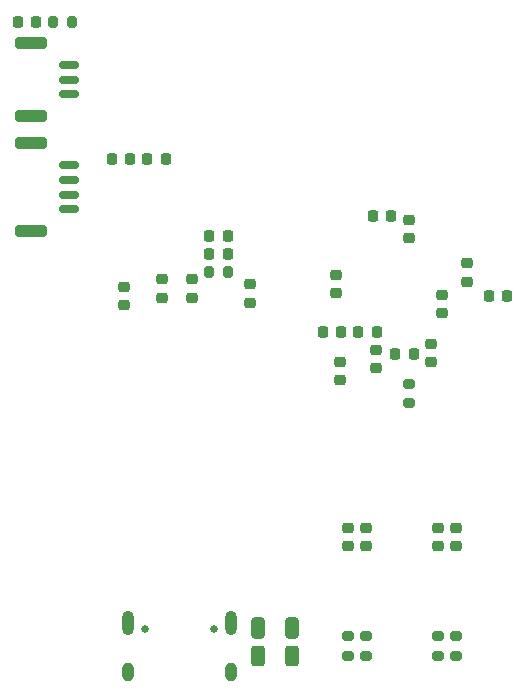
<source format=gbr>
%TF.GenerationSoftware,KiCad,Pcbnew,(6.0.1)*%
%TF.CreationDate,2023-04-01T17:19:45+08:00*%
%TF.ProjectId,EtherCAT2XXX,45746865-7243-4415-9432-5858582e6b69,rev?*%
%TF.SameCoordinates,Original*%
%TF.FileFunction,Soldermask,Bot*%
%TF.FilePolarity,Negative*%
%FSLAX46Y46*%
G04 Gerber Fmt 4.6, Leading zero omitted, Abs format (unit mm)*
G04 Created by KiCad (PCBNEW (6.0.1)) date 2023-04-01 17:19:45*
%MOMM*%
%LPD*%
G01*
G04 APERTURE LIST*
G04 Aperture macros list*
%AMRoundRect*
0 Rectangle with rounded corners*
0 $1 Rounding radius*
0 $2 $3 $4 $5 $6 $7 $8 $9 X,Y pos of 4 corners*
0 Add a 4 corners polygon primitive as box body*
4,1,4,$2,$3,$4,$5,$6,$7,$8,$9,$2,$3,0*
0 Add four circle primitives for the rounded corners*
1,1,$1+$1,$2,$3*
1,1,$1+$1,$4,$5*
1,1,$1+$1,$6,$7*
1,1,$1+$1,$8,$9*
0 Add four rect primitives between the rounded corners*
20,1,$1+$1,$2,$3,$4,$5,0*
20,1,$1+$1,$4,$5,$6,$7,0*
20,1,$1+$1,$6,$7,$8,$9,0*
20,1,$1+$1,$8,$9,$2,$3,0*%
G04 Aperture macros list end*
%ADD10C,0.650000*%
%ADD11O,1.000000X2.100000*%
%ADD12O,1.000000X1.600000*%
%ADD13RoundRect,0.225000X0.250000X-0.225000X0.250000X0.225000X-0.250000X0.225000X-0.250000X-0.225000X0*%
%ADD14RoundRect,0.250000X0.325000X0.650000X-0.325000X0.650000X-0.325000X-0.650000X0.325000X-0.650000X0*%
%ADD15RoundRect,0.225000X-0.250000X0.225000X-0.250000X-0.225000X0.250000X-0.225000X0.250000X0.225000X0*%
%ADD16RoundRect,0.225000X-0.225000X-0.250000X0.225000X-0.250000X0.225000X0.250000X-0.225000X0.250000X0*%
%ADD17RoundRect,0.250000X0.312500X0.625000X-0.312500X0.625000X-0.312500X-0.625000X0.312500X-0.625000X0*%
%ADD18RoundRect,0.200000X-0.275000X0.200000X-0.275000X-0.200000X0.275000X-0.200000X0.275000X0.200000X0*%
%ADD19RoundRect,0.200000X0.200000X0.275000X-0.200000X0.275000X-0.200000X-0.275000X0.200000X-0.275000X0*%
%ADD20RoundRect,0.225000X0.225000X0.250000X-0.225000X0.250000X-0.225000X-0.250000X0.225000X-0.250000X0*%
%ADD21RoundRect,0.150000X0.700000X-0.150000X0.700000X0.150000X-0.700000X0.150000X-0.700000X-0.150000X0*%
%ADD22RoundRect,0.250000X1.100000X-0.250000X1.100000X0.250000X-1.100000X0.250000X-1.100000X-0.250000X0*%
%ADD23RoundRect,0.200000X-0.200000X-0.275000X0.200000X-0.275000X0.200000X0.275000X-0.200000X0.275000X0*%
%ADD24RoundRect,0.218750X-0.218750X-0.256250X0.218750X-0.256250X0.218750X0.256250X-0.218750X0.256250X0*%
G04 APERTURE END LIST*
D10*
%TO.C,J8*%
X11505000Y6800000D03*
X17285000Y6800000D03*
D11*
X10075000Y7330000D03*
D12*
X18715000Y3150000D03*
X10075000Y3150000D03*
D11*
X18715000Y7330000D03*
%TD*%
D13*
%TO.C,C42*%
X27980000Y27835000D03*
X27980000Y29385000D03*
%TD*%
D14*
%TO.C,C21*%
X23959165Y6849151D03*
X21009165Y6849151D03*
%TD*%
D15*
%TO.C,C43*%
X27670000Y36745000D03*
X27670000Y35195000D03*
%TD*%
D16*
%TO.C,C64*%
X40575000Y34950000D03*
X42125000Y34950000D03*
%TD*%
D15*
%TO.C,C49*%
X36580000Y35085000D03*
X36580000Y33535000D03*
%TD*%
D13*
%TO.C,C39*%
X31070000Y28875000D03*
X31070000Y30425000D03*
%TD*%
D16*
%TO.C,C36*%
X30775000Y41760000D03*
X32325000Y41760000D03*
%TD*%
D17*
%TO.C,R16*%
X23946665Y4509151D03*
X21021665Y4509151D03*
%TD*%
D13*
%TO.C,C22*%
X37814165Y13804151D03*
X37814165Y15354151D03*
%TD*%
D18*
%TO.C,R13*%
X36284165Y6164151D03*
X36284165Y4514151D03*
%TD*%
D19*
%TO.C,R45*%
X18525000Y37030000D03*
X16875000Y37030000D03*
%TD*%
D15*
%TO.C,C45*%
X38730000Y37745000D03*
X38730000Y36195000D03*
%TD*%
D20*
%TO.C,C53*%
X18475000Y38550000D03*
X16925000Y38550000D03*
%TD*%
D21*
%TO.C,J2*%
X5050000Y52050000D03*
X5050000Y53300000D03*
X5050000Y54550000D03*
D22*
X1850000Y56400000D03*
X1850000Y50200000D03*
%TD*%
D20*
%TO.C,C52*%
X18475000Y40070000D03*
X16925000Y40070000D03*
%TD*%
D13*
%TO.C,C57*%
X15420000Y34850000D03*
X15420000Y36400000D03*
%TD*%
%TO.C,C60*%
X9730000Y34200000D03*
X9730000Y35750000D03*
%TD*%
D18*
%TO.C,R14*%
X30194165Y6164151D03*
X30194165Y4514151D03*
%TD*%
D23*
%TO.C,R22*%
X3675000Y58190000D03*
X5325000Y58190000D03*
%TD*%
D20*
%TO.C,C47*%
X28080000Y31920000D03*
X26530000Y31920000D03*
%TD*%
D13*
%TO.C,C25*%
X28684165Y13799151D03*
X28684165Y15349151D03*
%TD*%
%TO.C,C23*%
X36294165Y13804151D03*
X36294165Y15354151D03*
%TD*%
D18*
%TO.C,R30*%
X33850000Y27545000D03*
X33850000Y25895000D03*
%TD*%
D16*
%TO.C,C58*%
X8645000Y46610000D03*
X10195000Y46610000D03*
%TD*%
D15*
%TO.C,C65*%
X20370000Y35975000D03*
X20370000Y34425000D03*
%TD*%
D21*
%TO.C,J3*%
X5050000Y42305000D03*
X5050000Y43555000D03*
X5050000Y44805000D03*
X5050000Y46055000D03*
D22*
X1850000Y40455000D03*
X1850000Y47905000D03*
%TD*%
D18*
%TO.C,R15*%
X28674165Y6164151D03*
X28674165Y4514151D03*
%TD*%
D13*
%TO.C,C37*%
X33800000Y39870000D03*
X33800000Y41420000D03*
%TD*%
D20*
%TO.C,C41*%
X34215000Y30060000D03*
X32665000Y30060000D03*
%TD*%
D13*
%TO.C,C62*%
X12930000Y34845000D03*
X12930000Y36395000D03*
%TD*%
%TO.C,C24*%
X30204165Y13804151D03*
X30204165Y15354151D03*
%TD*%
%TO.C,C40*%
X35710000Y29395000D03*
X35710000Y30945000D03*
%TD*%
D20*
%TO.C,C48*%
X31095000Y31920000D03*
X29545000Y31920000D03*
%TD*%
D24*
%TO.C,D3*%
X692500Y58190000D03*
X2267500Y58190000D03*
%TD*%
D20*
%TO.C,C51*%
X13210000Y46610000D03*
X11660000Y46610000D03*
%TD*%
D18*
%TO.C,R12*%
X37804165Y6164151D03*
X37804165Y4514151D03*
%TD*%
M02*

</source>
